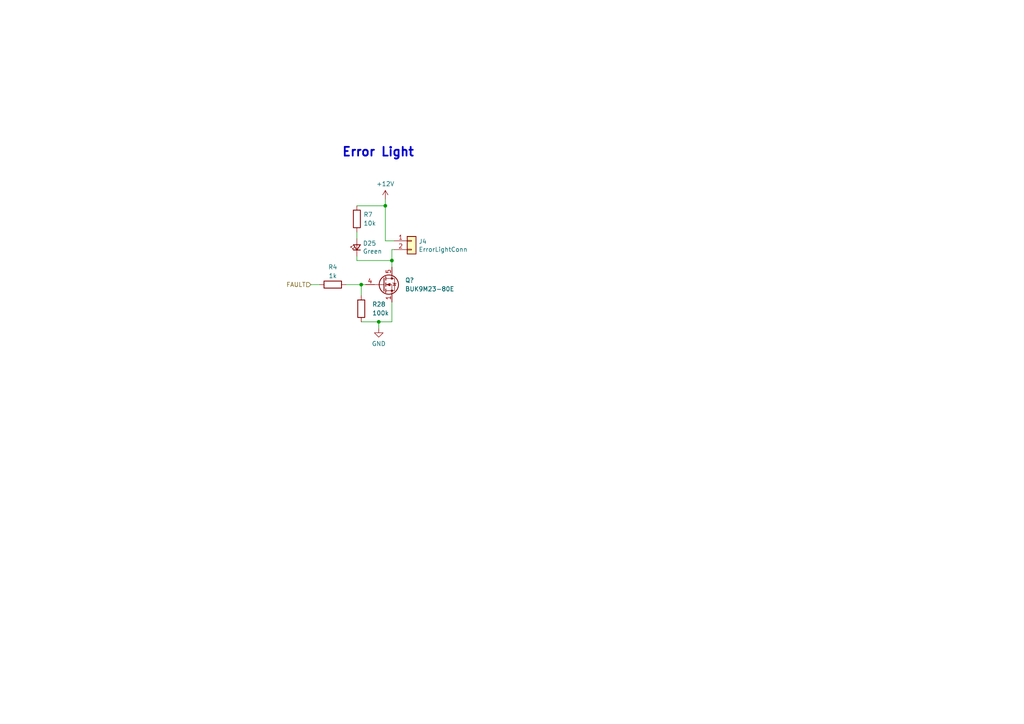
<source format=kicad_sch>
(kicad_sch (version 20230121) (generator eeschema)
  (paper "A4")
  (lib_symbols
    (symbol "Connector_Generic:Conn_01x02" (pin_names (offset 1.016) hide)
      (property "Reference" "J" (at 0 2.54 0))
      (property "Value" "Conn_01x02" (at 0 -5.08 0))
      (symbol "Conn_01x02_1_1"
        (rectangle (start -1.27 -2.413) (end 0 -2.667) (stroke (width 0.1524)))
        (rectangle (start -1.27 0.127) (end 0 -0.127) (stroke (width 0.1524)))
        (rectangle (start -1.27 1.27) (end 1.27 -3.81) (stroke (width 0.254)) (fill (type background)))
        (pin passive line (at -5.08 0 0) (length 3.81) (name "Pin_1") (number "1"))
        (pin passive line (at -5.08 -2.54 0) (length 3.81) (name "Pin_2") (number "2"))
      )
    )
    (symbol "Device:LED_Small" (pin_numbers hide) (pin_names (offset 0.254) hide)
      (property "Reference" "D" (at -1.27 3.175 0))
      (property "Value" "LED_Small" (at -4.445 -2.54 0))
      (symbol "LED_Small_0_1"
        (polyline (pts (xy -0.762 -1.016) (xy -0.762 1.016)) (stroke (width 0.254)))
        (polyline (pts (xy 1.016 0) (xy -0.762 0)))
        (polyline (pts (xy 0.762 -1.016) (xy -0.762 0) (xy 0.762 1.016) (xy 0.762 -1.016)) (stroke (width 0.254)))
        (polyline (pts (xy 0 0.762) (xy -0.508 1.27) (xy -0.254 1.27) (xy -0.508 1.27) (xy -0.508 1.016)))
        (polyline (pts (xy 0.508 1.27) (xy 0 1.778) (xy 0.254 1.778) (xy 0 1.778) (xy 0 1.524)))
      )
      (symbol "LED_Small_1_1"
        (pin passive line (at -2.54 0 0) (length 1.778) (name "K") (number "1"))
        (pin passive line (at 2.54 0 180) (length 1.778) (name "A") (number "2"))
      )
    )
    (symbol "Device:R" (pin_numbers hide) (pin_names (offset 0))
      (property "Reference" "R" (at 2.032 0 90))
      (property "Value" "R" (at 0 0 90))
      (symbol "R_0_1"
        (rectangle (start -1.016 -2.54) (end 1.016 2.54) (stroke (width 0.254)))
      )
      (symbol "R_1_1"
        (pin passive line (at 0 3.81 270) (length 1.27) (name "~") (number "1"))
        (pin passive line (at 0 -3.81 90) (length 1.27) (name "~") (number "2"))
      )
    )
    (symbol "Transistor_FET:BUK9M23-80EX" (pin_names hide)
      (property "Reference" "Q" (at 5.08 1.905 0))
      (property "Value" "BUK9M23-80EX" (at 5.08 0 0))
      (symbol "BUK9M23-80EX_0_1"
        (polyline (pts (xy 0.254 0) (xy -2.54 0)))
        (polyline (pts (xy 0.254 1.905) (xy 0.254 -1.905)) (stroke (width 0.254)))
        (polyline (pts (xy 0.762 -1.27) (xy 0.762 -2.286)) (stroke (width 0.254)))
        (polyline (pts (xy 0.762 0.508) (xy 0.762 -0.508)) (stroke (width 0.254)))
        (polyline (pts (xy 0.762 2.286) (xy 0.762 1.27)) (stroke (width 0.254)))
        (polyline (pts (xy 2.54 2.54) (xy 2.54 1.778)))
        (polyline (pts (xy 2.54 -2.54) (xy 2.54 0) (xy 0.762 0)))
        (polyline (pts (xy 0.762 -1.778) (xy 3.302 -1.778) (xy 3.302 1.778) (xy 0.762 1.778)))
        (polyline (pts (xy 1.016 0) (xy 2.032 0.381) (xy 2.032 -0.381) (xy 1.016 0)) (fill (type outline)))
        (polyline (pts (xy 2.794 0.508) (xy 2.921 0.381) (xy 3.683 0.381) (xy 3.81 0.254)))
        (polyline (pts (xy 3.302 0.381) (xy 2.921 -0.254) (xy 3.683 -0.254) (xy 3.302 0.381)))
        (circle (center 1.651 0) (radius 2.794) (stroke (width 0.254)))
        (circle (center 2.54 -1.778) (radius 0.254) (fill (type outline)))
        (circle (center 2.54 1.778) (radius 0.254) (fill (type outline)))
      )
      (symbol "BUK9M23-80EX_1_1"
        (pin passive line (at 2.54 -5.08 90) (length 2.54) (name "S") (number "1"))
        (pin passive line (at 2.54 -5.08 90) (length 2.54) hide (name "S") (number "2"))
        (pin passive line (at 2.54 -5.08 90) (length 2.54) hide (name "S") (number "3"))
        (pin passive line (at -5.08 0 0) (length 2.54) (name "G") (number "4"))
        (pin passive line (at 2.54 5.08 270) (length 2.54) (name "D") (number "5"))
      )
    )
    (symbol "power:+12V" (power) (pin_names (offset 0))
      (property "Value" "+12V" (at 0 3.556 0))
      (symbol "+12V_0_1"
        (polyline (pts (xy -0.762 1.27) (xy 0 2.54)))
        (polyline (pts (xy 0 0) (xy 0 2.54)))
        (polyline (pts (xy 0 2.54) (xy 0.762 1.27)))
      )
      (symbol "+12V_1_1"
        (pin power_in line (at 0 0 90) (length 0) hide (name "+12V") (number "1"))
      )
    )
    (symbol "power:GND" (power) (pin_names (offset 0))
      (property "Value" "GND" (at 0 -3.81 0))
      (symbol "GND_0_1"
        (polyline (pts (xy 0 0) (xy 0 -1.27) (xy 1.27 -1.27) (xy 0 -2.54) (xy -1.27 -1.27) (xy 0 -1.27)))
      )
      (symbol "GND_1_1"
        (pin power_in line (at 0 0 270) (length 0) hide (name "GND") (number "1"))
      )
    )
  )
  (junction (at 109.855 93.345))
  (junction (at 113.665 75.565))
  (junction (at 104.775 82.55))
  (junction (at 111.76 59.69))
  (wire (pts (xy 104.775 82.55) (xy 104.775 85.725)))
  (wire (pts (xy 103.505 67.31) (xy 103.505 69.215)))
  (wire (pts (xy 104.775 93.345) (xy 109.855 93.345)))
  (wire (pts (xy 106.045 82.55) (xy 104.775 82.55)))
  (wire (pts (xy 103.505 59.69) (xy 111.76 59.69)))
  (wire (pts (xy 111.76 59.69) (xy 111.76 69.85)))
  (wire (pts (xy 111.76 69.85) (xy 114.3 69.85)))
  (wire (pts (xy 109.855 93.345) (xy 109.855 95.25)))
  (wire (pts (xy 113.665 75.565) (xy 113.665 77.47)))
  (wire (pts (xy 104.775 82.55) (xy 100.33 82.55)))
  (wire (pts (xy 109.855 93.345) (xy 113.665 93.345)))
  (wire (pts (xy 114.3 72.39) (xy 113.665 72.39)))
  (wire (pts (xy 113.665 87.63) (xy 113.665 93.345)))
  (wire (pts (xy 103.505 74.295) (xy 103.505 75.565)))
  (wire (pts (xy 90.17 82.55) (xy 92.71 82.55)))
  (wire (pts (xy 113.665 72.39) (xy 113.665 75.565)))
  (wire (pts (xy 103.505 75.565) (xy 113.665 75.565)))
  (wire (pts (xy 111.76 57.785) (xy 111.76 59.69)))
  (text "Error Light" (at 99.06 45.72 0) (effects (font (size 2.54 2.54) (thickness 0.508) bold) (justify left bottom)))
  (hierarchical_label "FAULT" (shape input) (at 90.17 82.55 180))
  (symbol (lib_id "Connector_Generic:Conn_01x02") (at 119.38 69.85 0) (unit 1)
    (property "Reference" "J4" (at 121.412 70.0532 0) (effects (justify left)))
    (property "Value" "ErrorLightConn" (at 121.412 72.3646 0) (effects (justify left)))
    (property "Footprint" "UTSVT_Connectors:Molex_MicroFit3.0_1x2xP3.00mm_PolarizingPeg_Vertical" (effects hide))
    (property "P/N" "43650-0227" (effects hide))
    (instances (project "BPS-LeaderDaughter" (path "" (reference "J4") (unit 1)) (path "" (reference "J3") (unit 1))) (project "BPS-Leader" (path "" (reference "J11") (unit 1))))
  )
  (symbol (lib_id "Device:R") (at 96.52 82.55 90) (unit 1)
    (property "Reference" "R4" (at 96.52 77.47 90))
    (property "Value" "1k" (at 96.52 80.01 90))
    (property "Footprint" "Resistor_SMD:R_0805_2012Metric" (effects hide))
    (property "P/n" "RCC080549R9FKEA " (effects hide))
    (instances (project "BPS-LeaderDaughter" (path "" (reference "R4") (unit 1)) (path "" (reference "R8") (unit 1)) (path "" (reference "R12") (unit 1)) (path "" (reference "R1") (unit 1))))
  )
  (symbol (lib_id "Device:R") (at 104.775 89.535 0) (unit 1)
    (property "Reference" "R28" (at 107.95 88.265 0) (effects (justify left)))
    (property "Value" "100k" (at 107.95 90.805 0) (effects (justify left)))
    (property "Footprint" "Resistor_SMD:R_0805_2012Metric" (effects hide))
    (property "P/N" "CRCW0805100KFKEAC" (effects hide))
    (instances (project "BPS-LeaderDaughter" (path "" (reference "R28") (unit 1)) (path "" (reference "R34") (unit 1)) (path "" (reference "R40") (unit 1)) (path "" (reference "R3") (unit 1))))
  )
  (symbol (lib_id "Transistor_FET:BUK9M23-80EX") (at 111.125 82.55 0) (unit 1)
    (property "Reference" "Q?" (at 117.475 81.28 0) (effects (justify left)))
    (property "Value" "BUK9M23-80E" (at 117.475 83.82 0) (effects (justify left)))
    (property "Footprint" "Package_TO_SOT_SMD:LFPAK33" (effects hide))
    (property "Datasheet" "https://assets.nexperia.com/documents/data-sheet/BUK9M23-80E.pdf" (effects hide))
    (property "P/N" "BUK9M23-80E" (effects hide))
    (instances (project "BPS-LeaderDaughter" (path "" (reference "Q?") (unit 1)) (path "" (reference "Q5") (unit 1)) (path "" (reference "Q1") (unit 1))))
  )
  (symbol (lib_id "power:+12V") (at 111.76 57.785 0) (unit 1)
    (property "Reference" "#PWR016" (effects hide))
    (property "Value" "+12V" (at 111.76 53.34 0))
  )
  (symbol (lib_id "Device:R") (at 103.505 63.5 0) (unit 1)
    (property "Reference" "R7" (at 105.41 62.23 0) (effects (justify left)))
    (property "Value" "10k" (at 105.41 64.77 0) (effects (justify left)))
    (property "Footprint" "Resistor_SMD:R_0805_2012Metric" (effects hide))
    (instances (project "BPS-LeaderDaughter" (path "" (reference "R7") (unit 1)) (path "" (reference "R3") (unit 1)) (path "" (reference "R11") (unit 1)) (path "" (reference "R2") (unit 1))))
  )
  (symbol (lib_id "Device:LED_Small") (at 103.505 71.755 90) (unit 1)
    (property "Reference" "D25" (at 105.2322 70.5866 90) (effects (justify right)))
    (property "Value" "Green" (at 105.2322 72.898 90) (effects (justify right)))
    (property "Footprint" "LED_SMD:LED_0805_2012Metric_Pad1.15x1.40mm_HandSolder" (effects hide))
    (property "P/N" "LHR971-KN1" (effects hide))
    (instances (project "BPS-LeaderDaughter" (path "" (reference "D25") (unit 1)) (path "" (reference "D26") (unit 1)) (path "" (reference "D27") (unit 1)) (path "" (reference "D1") (unit 1))) (project "ContactorDriver" (path "" (reference "D2") (unit 1))))
  )
  (symbol (lib_id "power:GND") (at 109.855 95.25 0) (unit 1)
    (property "Reference" "#PWR015" (effects hide))
    (property "Value" "GND" (at 109.855 99.695 0))
  )
)
</source>
